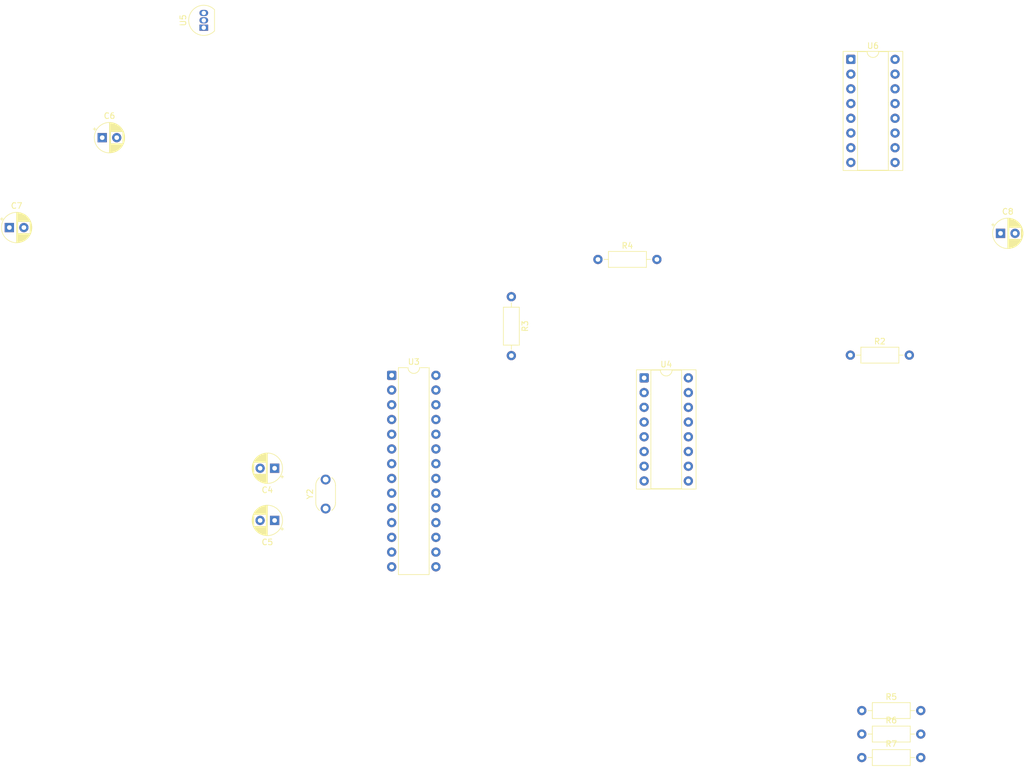
<source format=kicad_pcb>
(kicad_pcb (version 20241229) (generator "pcbnew") (generator_version "9.0")
  (layers (0 "F.Cu" signal) (2 "B.Cu" signal) (13 "F.Paste" user) (15 "B.Paste" user) (5 "F.SilkS" user "F.Silkscreen") (7 "B.SilkS" user "B.Silkscreen") (1 "F.Mask" user) (3 "B.Mask" user) (25 "Edge.Cuts" user))
  (net 0 "")
  (net 2 "AREF")
  (net 3 "RESET")
  (net 4 "GND")
  (net 5 "/SCHEMATIC_EXAMPLE/INT_BIT_BAND_in")
  (net 6 "Net-(U3-XTAL1{slash}PB6)")
  (net 7 "Net-(U3-XTAL2{slash}PB7)")
  (net 11 "/SCHEMATIC_EXAMPLE/SCL_BIT_BAND_in")
  (net 12 "/SCHEMATIC_EXAMPLE/SCL_I2C_Built_in")
  (net 14 "AVCC")
  (net 16 "/SCHEMATIC_EXAMPLE/TXD_Built_in")
  (net 18 "VCC")
  (net 21 "/SCHEMATIC_EXAMPLE/OneWire_Data")
  (net 25 "/SCHEMATIC_EXAMPLE/SDA_BIT_BAND_in")
  (net 26 "/SCHEMATIC_EXAMPLE/SDA_I2C_Built_in")
  (net 27 "/SCHEMATIC_EXAMPLE/RXD_Built_in")
  (footprint "Package_DIP:DIP-28_W7.62mm" (layer "F.Cu") (at 135.88 84.48)
    (property "Reference" "U3" (at 3.81 -2.33 0) (layer "F.SilkS"))
    (property "Value" "ATmega168A")
    (pad "1" thru_hole roundrect (at 0 0) (size 1.6 1.6) (drill 0.8) (layers "*.Cu" "*.Mask") (roundrect_rratio 0.15625) (net 3 "RESET"))
    (pad "2" thru_hole circle (at 0 2.54) (size 1.6 1.6) (drill 0.8) (layers "*.Cu" "*.Mask") (net 27 "/SCHEMATIC_EXAMPLE/RXD_Built_in"))
    (pad "3" thru_hole circle (at 0 5.08) (size 1.6 1.6) (drill 0.8) (layers "*.Cu" "*.Mask") (net 16 "/SCHEMATIC_EXAMPLE/TXD_Built_in"))
    (pad "4" thru_hole circle (at 0 7.62) (size 1.6 1.6) (drill 0.8) (layers "*.Cu" "*.Mask"))
    (pad "5" thru_hole circle (at 0 10.16) (size 1.6 1.6) (drill 0.8) (layers "*.Cu" "*.Mask") (net 21 "/SCHEMATIC_EXAMPLE/OneWire_Data"))
    (pad "6" thru_hole circle (at 0 12.7) (size 1.6 1.6) (drill 0.8) (layers "*.Cu" "*.Mask"))
    (pad "7" thru_hole circle (at 0 15.24) (size 1.6 1.6) (drill 0.8) (layers "*.Cu" "*.Mask") (net 18 "VCC"))
    (pad "8" thru_hole circle (at 0 17.78) (size 1.6 1.6) (drill 0.8) (layers "*.Cu" "*.Mask") (net 4 "GND"))
    (pad "9" thru_hole circle (at 0 20.32) (size 1.6 1.6) (drill 0.8) (layers "*.Cu" "*.Mask") (net 6 "Net-(U3-XTAL1{slash}PB6)"))
    (pad "10" thru_hole circle (at 0 22.86) (size 1.6 1.6) (drill 0.8) (layers "*.Cu" "*.Mask") (net 7 "Net-(U3-XTAL2{slash}PB7)"))
    (pad "11" thru_hole circle (at 0 25.4) (size 1.6 1.6) (drill 0.8) (layers "*.Cu" "*.Mask"))
    (pad "12" thru_hole circle (at 0 27.94) (size 1.6 1.6) (drill 0.8) (layers "*.Cu" "*.Mask"))
    (pad "13" thru_hole circle (at 0 30.48) (size 1.6 1.6) (drill 0.8) (layers "*.Cu" "*.Mask"))
    (pad "14" thru_hole circle (at 0 33.02) (size 1.6 1.6) (drill 0.8) (layers "*.Cu" "*.Mask"))
    (pad "15" thru_hole circle (at 7.62 33.02) (size 1.6 1.6) (drill 0.8) (layers "*.Cu" "*.Mask"))
    (pad "16" thru_hole circle (at 7.62 30.48) (size 1.6 1.6) (drill 0.8) (layers "*.Cu" "*.Mask"))
    (pad "17" thru_hole circle (at 7.62 27.94) (size 1.6 1.6) (drill 0.8) (layers "*.Cu" "*.Mask"))
    (pad "18" thru_hole circle (at 7.62 25.4) (size 1.6 1.6) (drill 0.8) (layers "*.Cu" "*.Mask"))
    (pad "19" thru_hole circle (at 7.62 22.86) (size 1.6 1.6) (drill 0.8) (layers "*.Cu" "*.Mask"))
    (pad "20" thru_hole circle (at 7.62 20.32) (size 1.6 1.6) (drill 0.8) (layers "*.Cu" "*.Mask") (net 14 "AVCC"))
    (pad "21" thru_hole circle (at 7.62 17.78) (size 1.6 1.6) (drill 0.8) (layers "*.Cu" "*.Mask") (net 2 "AREF"))
    (pad "22" thru_hole circle (at 7.62 15.24) (size 1.6 1.6) (drill 0.8) (layers "*.Cu" "*.Mask") (net 4 "GND"))
    (pad "23" thru_hole circle (at 7.62 12.7) (size 1.6 1.6) (drill 0.8) (layers "*.Cu" "*.Mask"))
    (pad "24" thru_hole circle (at 7.62 10.16) (size 1.6 1.6) (drill 0.8) (layers "*.Cu" "*.Mask") (net 5 "/SCHEMATIC_EXAMPLE/INT_BIT_BAND_in"))
    (pad "25" thru_hole circle (at 7.62 7.62) (size 1.6 1.6) (drill 0.8) (layers "*.Cu" "*.Mask") (net 25 "/SCHEMATIC_EXAMPLE/SDA_BIT_BAND_in"))
    (pad "26" thru_hole circle (at 7.62 5.08) (size 1.6 1.6) (drill 0.8) (layers "*.Cu" "*.Mask") (net 11 "/SCHEMATIC_EXAMPLE/SCL_BIT_BAND_in"))
    (pad "27" thru_hole circle (at 7.62 2.54) (size 1.6 1.6) (drill 0.8) (layers "*.Cu" "*.Mask") (net 26 "/SCHEMATIC_EXAMPLE/SDA_I2C_Built_in"))
    (pad "28" thru_hole circle (at 7.62 0) (size 1.6 1.6) (drill 0.8) (layers "*.Cu" "*.Mask") (net 12 "/SCHEMATIC_EXAMPLE/SCL_I2C_Built_in"))
  )
  (footprint "Package_DIP:CERDIP-16_W7.62mm_SideBrazed_Socket" (layer "F.Cu") (at 179.38 84.92)
    (property "Reference" "U4" (at 3.81 -2.33 0) (layer "F.SilkS"))
    (property "Value" "PCF8574N")
    (pad "1" thru_hole roundrect (at 0 0) (size 1.6 1.6) (drill 0.8) (layers "*.Cu" "*.Mask") (roundrect_rratio 0.15625) (net 4 "GND"))
    (pad "2" thru_hole circle (at 0 2.54) (size 1.6 1.6) (drill 0.8) (layers "*.Cu" "*.Mask") (net 4 "GND"))
    (pad "3" thru_hole circle (at 0 5.08) (size 1.6 1.6) (drill 0.8) (layers "*.Cu" "*.Mask") (net 18 "VCC"))
    (pad "4" thru_hole circle (at 0 7.62) (size 1.6 1.6) (drill 0.8) (layers "*.Cu" "*.Mask"))
    (pad "5" thru_hole circle (at 0 10.16) (size 1.6 1.6) (drill 0.8) (layers "*.Cu" "*.Mask"))
    (pad "6" thru_hole circle (at 0 12.7) (size 1.6 1.6) (drill 0.8) (layers "*.Cu" "*.Mask"))
    (pad "7" thru_hole circle (at 0 15.24) (size 1.6 1.6) (drill 0.8) (layers "*.Cu" "*.Mask"))
    (pad "8" thru_hole circle (at 0 17.78) (size 1.6 1.6) (drill 0.8) (layers "*.Cu" "*.Mask") (net 4 "GND"))
    (pad "9" thru_hole circle (at 7.62 17.78) (size 1.6 1.6) (drill 0.8) (layers "*.Cu" "*.Mask"))
    (pad "10" thru_hole circle (at 7.62 15.24) (size 1.6 1.6) (drill 0.8) (layers "*.Cu" "*.Mask"))
    (pad "11" thru_hole circle (at 7.62 12.7) (size 1.6 1.6) (drill 0.8) (layers "*.Cu" "*.Mask"))
    (pad "12" thru_hole circle (at 7.62 10.16) (size 1.6 1.6) (drill 0.8) (layers "*.Cu" "*.Mask"))
    (pad "13" thru_hole circle (at 7.62 7.62) (size 1.6 1.6) (drill 0.8) (layers "*.Cu" "*.Mask") (net 5 "/SCHEMATIC_EXAMPLE/INT_BIT_BAND_in"))
    (pad "14" thru_hole circle (at 7.62 5.08) (size 1.6 1.6) (drill 0.8) (layers "*.Cu" "*.Mask") (net 11 "/SCHEMATIC_EXAMPLE/SCL_BIT_BAND_in"))
    (pad "15" thru_hole circle (at 7.62 2.54) (size 1.6 1.6) (drill 0.8) (layers "*.Cu" "*.Mask") (net 25 "/SCHEMATIC_EXAMPLE/SDA_BIT_BAND_in"))
    (pad "16" thru_hole circle (at 7.62 0) (size 1.6 1.6) (drill 0.8) (layers "*.Cu" "*.Mask") (net 18 "VCC"))
  )
  (footprint "Capacitor_THT:CP_Radial_D5.0mm_P2.50mm" (layer "F.Cu") (at 115.705112 109.5 180)
    (property "Reference" "C5" (at 1.25 -3.75 0) (layer "F.SilkS"))
    (property "Value" "20 pF")
    (pad "1" thru_hole rect (at 0 0 180) (size 1.6 1.6) (drill 0.8) (layers "*.Cu" "*.Mask") (net 7 "Net-(U3-XTAL2{slash}PB7)"))
    (pad "2" thru_hole circle (at 2.5 0 180) (size 1.6 1.6) (drill 0.8) (layers "*.Cu" "*.Mask") (net 4 "GND"))
  )
  (footprint "Capacitor_THT:CP_Radial_D5.0mm_P2.50mm" (layer "F.Cu") (at 115.705112 100.5 180)
    (property "Reference" "C4" (at 1.25 -3.75 0) (layer "F.SilkS"))
    (property "Value" "20 pF")
    (pad "1" thru_hole rect (at 0 0 180) (size 1.6 1.6) (drill 0.8) (layers "*.Cu" "*.Mask") (net 6 "Net-(U3-XTAL1{slash}PB6)"))
    (pad "2" thru_hole circle (at 2.5 0 180) (size 1.6 1.6) (drill 0.8) (layers "*.Cu" "*.Mask") (net 4 "GND"))
  )
  (footprint "Capacitor_THT:CP_Radial_D5.0mm_P2.50mm" (layer "F.Cu") (at 86 43.5)
    (property "Reference" "C6" (at 1.25 -3.75 0) (layer "F.SilkS"))
    (property "Value" "100 nF")
    (pad "1" thru_hole rect (at 0 0) (size 1.6 1.6) (drill 0.8) (layers "*.Cu" "*.Mask") (net 18 "VCC"))
    (pad "2" thru_hole circle (at 2.5 0) (size 1.6 1.6) (drill 0.8) (layers "*.Cu" "*.Mask") (net 4 "GND"))
  )
  (footprint "Resistor_THT:R_Axial_DIN0207_L6.3mm_D2.5mm_P10.16mm_Horizontal" (layer "F.Cu") (at 214.92 81)
    (property "Reference" "R2" (at 5.08 -2.37 0) (layer "F.SilkS"))
    (property "Value" "4.7")
    (pad "1" thru_hole circle (at 0 0) (size 1.6 1.6) (drill 0.8) (layers "*.Cu" "*.Mask") (net 18 "VCC"))
    (pad "2" thru_hole oval (at 10.16 0) (size 1.6 1.6) (drill 0.8) (layers "*.Cu" "*.Mask") (net 12 "/SCHEMATIC_EXAMPLE/SCL_I2C_Built_in"))
  )
  (footprint "Capacitor_THT:CP_Radial_D5.0mm_P2.50mm" (layer "F.Cu") (at 240.794888 60)
    (property "Reference" "C8" (at 1.25 -3.75 0) (layer "F.SilkS"))
    (property "Value" "100 nF")
    (pad "1" thru_hole rect (at 0 0) (size 1.6 1.6) (drill 0.8) (layers "*.Cu" "*.Mask") (net 18 "VCC"))
    (pad "2" thru_hole circle (at 2.5 0) (size 1.6 1.6) (drill 0.8) (layers "*.Cu" "*.Mask") (net 4 "GND"))
  )
  (footprint "Package_DIP:CERDIP-16_W7.62mm_SideBrazed_Socket" (layer "F.Cu") (at 215 30)
    (property "Reference" "U6" (at 3.81 -2.33 0) (layer "F.SilkS"))
    (property "Value" "PCF8574N")
    (pad "1" thru_hole roundrect (at 0 0) (size 1.6 1.6) (drill 0.8) (layers "*.Cu" "*.Mask") (roundrect_rratio 0.15625) (net 4 "GND"))
    (pad "2" thru_hole circle (at 0 2.54) (size 1.6 1.6) (drill 0.8) (layers "*.Cu" "*.Mask") (net 18 "VCC"))
    (pad "3" thru_hole circle (at 0 5.08) (size 1.6 1.6) (drill 0.8) (layers "*.Cu" "*.Mask") (net 18 "VCC"))
    (pad "4" thru_hole circle (at 0 7.62) (size 1.6 1.6) (drill 0.8) (layers "*.Cu" "*.Mask"))
    (pad "5" thru_hole circle (at 0 10.16) (size 1.6 1.6) (drill 0.8) (layers "*.Cu" "*.Mask"))
    (pad "6" thru_hole circle (at 0 12.7) (size 1.6 1.6) (drill 0.8) (layers "*.Cu" "*.Mask"))
    (pad "7" thru_hole circle (at 0 15.24) (size 1.6 1.6) (drill 0.8) (layers "*.Cu" "*.Mask"))
    (pad "8" thru_hole circle (at 0 17.78) (size 1.6 1.6) (drill 0.8) (layers "*.Cu" "*.Mask") (net 4 "GND"))
    (pad "9" thru_hole circle (at 7.62 17.78) (size 1.6 1.6) (drill 0.8) (layers "*.Cu" "*.Mask"))
    (pad "10" thru_hole circle (at 7.62 15.24) (size 1.6 1.6) (drill 0.8) (layers "*.Cu" "*.Mask"))
    (pad "11" thru_hole circle (at 7.62 12.7) (size 1.6 1.6) (drill 0.8) (layers "*.Cu" "*.Mask"))
    (pad "12" thru_hole circle (at 7.62 10.16) (size 1.6 1.6) (drill 0.8) (layers "*.Cu" "*.Mask"))
    (pad "13" thru_hole circle (at 7.62 7.62) (size 1.6 1.6) (drill 0.8) (layers "*.Cu" "*.Mask") (net 5 "/SCHEMATIC_EXAMPLE/INT_BIT_BAND_in"))
    (pad "14" thru_hole circle (at 7.62 5.08) (size 1.6 1.6) (drill 0.8) (layers "*.Cu" "*.Mask") (net 12 "/SCHEMATIC_EXAMPLE/SCL_I2C_Built_in"))
    (pad "15" thru_hole circle (at 7.62 2.54) (size 1.6 1.6) (drill 0.8) (layers "*.Cu" "*.Mask") (net 26 "/SCHEMATIC_EXAMPLE/SDA_I2C_Built_in"))
    (pad "16" thru_hole circle (at 7.62 0) (size 1.6 1.6) (drill 0.8) (layers "*.Cu" "*.Mask") (net 18 "VCC"))
  )
  (footprint "Resistor_THT:R_Axial_DIN0207_L6.3mm_D2.5mm_P10.16mm_Horizontal" (layer "F.Cu") (at 216.89 146.34)
    (property "Reference" "R6" (at 5.08 -2.37 0) (layer "F.SilkS"))
    (property "Value" "4.7")
    (pad "1" thru_hole circle (at 0 0) (size 1.6 1.6) (drill 0.8) (layers "*.Cu" "*.Mask") (net 21 "/SCHEMATIC_EXAMPLE/OneWire_Data"))
    (pad "2" thru_hole oval (at 10.16 0) (size 1.6 1.6) (drill 0.8) (layers "*.Cu" "*.Mask") (net 18 "VCC"))
  )
  (footprint "Crystal:Resonator-2Pin_W6.0mm_H3.0mm" (layer "F.Cu") (at 124.5 107.45 90)
    (property "Reference" "Y2" (at 2.5 -2.7 90) (layer "F.SilkS"))
    (property "Value" "16 MHz")
    (pad "1" thru_hole circle (at 0 0 90) (size 1.7 1.7) (drill 1) (layers "*.Cu" "*.Mask") (net 7 "Net-(U3-XTAL2{slash}PB7)"))
    (pad "2" thru_hole circle (at 5 0 90) (size 1.7 1.7) (drill 1) (layers "*.Cu" "*.Mask") (net 6 "Net-(U3-XTAL1{slash}PB6)"))
  )
  (footprint "Resistor_THT:R_Axial_DIN0207_L6.3mm_D2.5mm_P10.16mm_Horizontal" (layer "F.Cu") (at 216.89 150.39)
    (property "Reference" "R7" (at 5.08 -2.37 0) (layer "F.SilkS"))
    (property "Value" "4.7")
    (pad "1" thru_hole circle (at 0 0) (size 1.6 1.6) (drill 0.8) (layers "*.Cu" "*.Mask") (net 18 "VCC"))
    (pad "2" thru_hole oval (at 10.16 0) (size 1.6 1.6) (drill 0.8) (layers "*.Cu" "*.Mask") (net 11 "/SCHEMATIC_EXAMPLE/SCL_BIT_BAND_in"))
  )
  (footprint "Capacitor_THT:CP_Radial_D5.0mm_P2.50mm" (layer "F.Cu") (at 70 59)
    (property "Reference" "C7" (at 1.25 -3.75 0) (layer "F.SilkS"))
    (property "Value" "100 nF")
    (pad "1" thru_hole rect (at 0 0) (size 1.6 1.6) (drill 0.8) (layers "*.Cu" "*.Mask") (net 18 "VCC"))
    (pad "2" thru_hole circle (at 2.5 0) (size 1.6 1.6) (drill 0.8) (layers "*.Cu" "*.Mask") (net 4 "GND"))
  )
  (footprint "Resistor_THT:R_Axial_DIN0207_L6.3mm_D2.5mm_P10.16mm_Horizontal" (layer "F.Cu") (at 171.42 64.5)
    (property "Reference" "R4" (at 5.08 -2.37 0) (layer "F.SilkS"))
    (property "Value" "4.7")
    (pad "1" thru_hole circle (at 0 0) (size 1.6 1.6) (drill 0.8) (layers "*.Cu" "*.Mask") (net 18 "VCC"))
    (pad "2" thru_hole oval (at 10.16 0) (size 1.6 1.6) (drill 0.8) (layers "*.Cu" "*.Mask") (net 25 "/SCHEMATIC_EXAMPLE/SDA_BIT_BAND_in"))
  )
  (footprint "Resistor_THT:R_Axial_DIN0207_L6.3mm_D2.5mm_P10.16mm_Horizontal" (layer "F.Cu") (at 156.5 70.92 -90)
    (property "Reference" "R3" (at 5.08 -2.37 90) (layer "F.SilkS"))
    (property "Value" "4.7")
    (pad "1" thru_hole circle (at 0 0 270) (size 1.6 1.6) (drill 0.8) (layers "*.Cu" "*.Mask") (net 18 "VCC"))
    (pad "2" thru_hole oval (at 10.16 0 270) (size 1.6 1.6) (drill 0.8) (layers "*.Cu" "*.Mask") (net 26 "/SCHEMATIC_EXAMPLE/SDA_I2C_Built_in"))
  )
  (footprint "Resistor_THT:R_Axial_DIN0207_L6.3mm_D2.5mm_P10.16mm_Horizontal" (layer "F.Cu") (at 216.89 142.29)
    (property "Reference" "R5" (at 5.08 -2.37 0) (layer "F.SilkS"))
    (property "Value" "4.7")
    (pad "1" thru_hole circle (at 0 0) (size 1.6 1.6) (drill 0.8) (layers "*.Cu" "*.Mask") (net 18 "VCC"))
    (pad "2" thru_hole oval (at 10.16 0) (size 1.6 1.6) (drill 0.8) (layers "*.Cu" "*.Mask") (net 5 "/SCHEMATIC_EXAMPLE/INT_BIT_BAND_in"))
  )
  (footprint "Package_TO_SOT_THT:TO-92_Inline" (layer "F.Cu") (at 103.5 24.54 90)
    (property "Reference" "U5" (at 1.27 -3.56 90) (layer "F.SilkS"))
    (property "Value" "DS18B20")
    (pad "1" thru_hole rect (at 0 0 90) (size 1.05 1.5) (drill 0.75) (layers "*.Cu" "*.Mask") (net 4 "GND"))
    (pad "2" thru_hole oval (at 1.27 0 90) (size 1.05 1.5) (drill 0.75) (layers "*.Cu" "*.Mask") (net 21 "/SCHEMATIC_EXAMPLE/OneWire_Data"))
    (pad "3" thru_hole oval (at 2.54 0 90) (size 1.05 1.5) (drill 0.75) (layers "*.Cu" "*.Mask") (net 18 "VCC"))
  )
)
</source>
